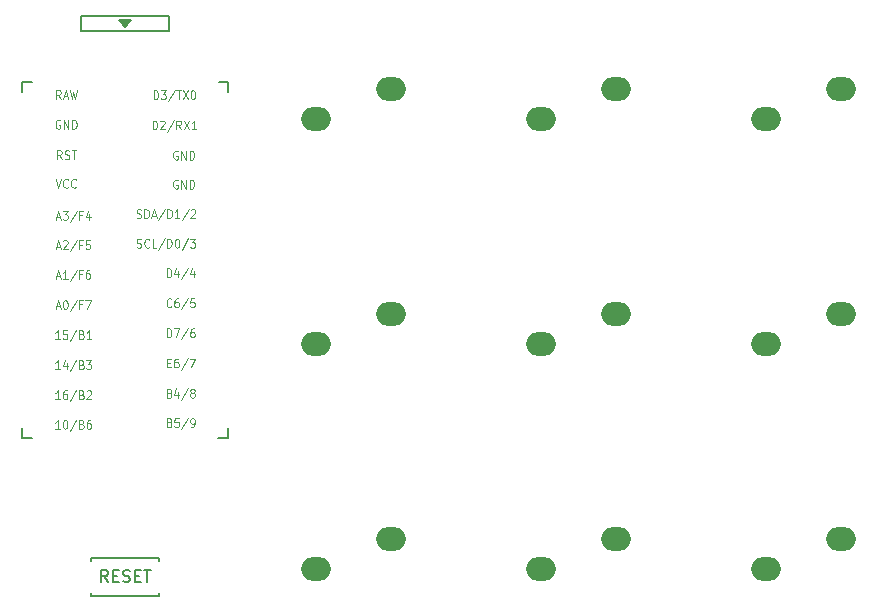
<source format=gbr>
%TF.GenerationSoftware,KiCad,Pcbnew,(6.0.1)*%
%TF.CreationDate,2022-06-19T22:09:19+09:00*%
%TF.ProjectId,reverse-mount-led-keboard,72657665-7273-4652-9d6d-6f756e742d6c,rev?*%
%TF.SameCoordinates,Original*%
%TF.FileFunction,Legend,Top*%
%TF.FilePolarity,Positive*%
%FSLAX46Y46*%
G04 Gerber Fmt 4.6, Leading zero omitted, Abs format (unit mm)*
G04 Created by KiCad (PCBNEW (6.0.1)) date 2022-06-19 22:09:19*
%MOMM*%
%LPD*%
G01*
G04 APERTURE LIST*
%ADD10C,0.125000*%
%ADD11C,0.150000*%
%ADD12O,2.500000X2.000000*%
G04 APERTURE END LIST*
D10*
%TO.C,U1*%
X-764843571Y605709428D02*
X-764747857Y605673714D01*
X-764588333Y605673714D01*
X-764524523Y605709428D01*
X-764492619Y605745142D01*
X-764460714Y605816571D01*
X-764460714Y605888000D01*
X-764492619Y605959428D01*
X-764524523Y605995142D01*
X-764588333Y606030857D01*
X-764715952Y606066571D01*
X-764779761Y606102285D01*
X-764811666Y606138000D01*
X-764843571Y606209428D01*
X-764843571Y606280857D01*
X-764811666Y606352285D01*
X-764779761Y606388000D01*
X-764715952Y606423714D01*
X-764556428Y606423714D01*
X-764460714Y606388000D01*
X-764173571Y605673714D02*
X-764173571Y606423714D01*
X-764014047Y606423714D01*
X-763918333Y606388000D01*
X-763854523Y606316571D01*
X-763822619Y606245142D01*
X-763790714Y606102285D01*
X-763790714Y605995142D01*
X-763822619Y605852285D01*
X-763854523Y605780857D01*
X-763918333Y605709428D01*
X-764014047Y605673714D01*
X-764173571Y605673714D01*
X-763535476Y605888000D02*
X-763216428Y605888000D01*
X-763599285Y605673714D02*
X-763375952Y606423714D01*
X-763152619Y605673714D01*
X-762450714Y606459428D02*
X-763025000Y605495142D01*
X-762227380Y605673714D02*
X-762227380Y606423714D01*
X-762067857Y606423714D01*
X-761972142Y606388000D01*
X-761908333Y606316571D01*
X-761876428Y606245142D01*
X-761844523Y606102285D01*
X-761844523Y605995142D01*
X-761876428Y605852285D01*
X-761908333Y605780857D01*
X-761972142Y605709428D01*
X-762067857Y605673714D01*
X-762227380Y605673714D01*
X-761206428Y605673714D02*
X-761589285Y605673714D01*
X-761397857Y605673714D02*
X-761397857Y606423714D01*
X-761461666Y606316571D01*
X-761525476Y606245142D01*
X-761589285Y606209428D01*
X-760440714Y606459428D02*
X-761015000Y605495142D01*
X-760249285Y606352285D02*
X-760217380Y606388000D01*
X-760153571Y606423714D01*
X-759994047Y606423714D01*
X-759930238Y606388000D01*
X-759898333Y606352285D01*
X-759866428Y606280857D01*
X-759866428Y606209428D01*
X-759898333Y606102285D01*
X-760281190Y605673714D01*
X-759866428Y605673714D01*
X-762046190Y588366571D02*
X-761950476Y588330857D01*
X-761918571Y588295142D01*
X-761886666Y588223714D01*
X-761886666Y588116571D01*
X-761918571Y588045142D01*
X-761950476Y588009428D01*
X-762014285Y587973714D01*
X-762269523Y587973714D01*
X-762269523Y588723714D01*
X-762046190Y588723714D01*
X-761982380Y588688000D01*
X-761950476Y588652285D01*
X-761918571Y588580857D01*
X-761918571Y588509428D01*
X-761950476Y588438000D01*
X-761982380Y588402285D01*
X-762046190Y588366571D01*
X-762269523Y588366571D01*
X-761280476Y588723714D02*
X-761599523Y588723714D01*
X-761631428Y588366571D01*
X-761599523Y588402285D01*
X-761535714Y588438000D01*
X-761376190Y588438000D01*
X-761312380Y588402285D01*
X-761280476Y588366571D01*
X-761248571Y588295142D01*
X-761248571Y588116571D01*
X-761280476Y588045142D01*
X-761312380Y588009428D01*
X-761376190Y587973714D01*
X-761535714Y587973714D01*
X-761599523Y588009428D01*
X-761631428Y588045142D01*
X-760482857Y588759428D02*
X-761057142Y587795142D01*
X-760227619Y587973714D02*
X-760100000Y587973714D01*
X-760036190Y588009428D01*
X-760004285Y588045142D01*
X-759940476Y588152285D01*
X-759908571Y588295142D01*
X-759908571Y588580857D01*
X-759940476Y588652285D01*
X-759972380Y588688000D01*
X-760036190Y588723714D01*
X-760163809Y588723714D01*
X-760227619Y588688000D01*
X-760259523Y588652285D01*
X-760291428Y588580857D01*
X-760291428Y588402285D01*
X-760259523Y588330857D01*
X-760227619Y588295142D01*
X-760163809Y588259428D01*
X-760036190Y588259428D01*
X-759972380Y588295142D01*
X-759940476Y588330857D01*
X-759908571Y588402285D01*
X-771171904Y610673714D02*
X-771395238Y611030857D01*
X-771554761Y610673714D02*
X-771554761Y611423714D01*
X-771299523Y611423714D01*
X-771235714Y611388000D01*
X-771203809Y611352285D01*
X-771171904Y611280857D01*
X-771171904Y611173714D01*
X-771203809Y611102285D01*
X-771235714Y611066571D01*
X-771299523Y611030857D01*
X-771554761Y611030857D01*
X-770916666Y610709428D02*
X-770820952Y610673714D01*
X-770661428Y610673714D01*
X-770597619Y610709428D01*
X-770565714Y610745142D01*
X-770533809Y610816571D01*
X-770533809Y610888000D01*
X-770565714Y610959428D01*
X-770597619Y610995142D01*
X-770661428Y611030857D01*
X-770789047Y611066571D01*
X-770852857Y611102285D01*
X-770884761Y611138000D01*
X-770916666Y611209428D01*
X-770916666Y611280857D01*
X-770884761Y611352285D01*
X-770852857Y611388000D01*
X-770789047Y611423714D01*
X-770629523Y611423714D01*
X-770533809Y611388000D01*
X-770342380Y611423714D02*
X-769959523Y611423714D01*
X-770150952Y610673714D02*
X-770150952Y611423714D01*
X-761365476Y611338000D02*
X-761429285Y611373714D01*
X-761525000Y611373714D01*
X-761620714Y611338000D01*
X-761684523Y611266571D01*
X-761716428Y611195142D01*
X-761748333Y611052285D01*
X-761748333Y610945142D01*
X-761716428Y610802285D01*
X-761684523Y610730857D01*
X-761620714Y610659428D01*
X-761525000Y610623714D01*
X-761461190Y610623714D01*
X-761365476Y610659428D01*
X-761333571Y610695142D01*
X-761333571Y610945142D01*
X-761461190Y610945142D01*
X-761046428Y610623714D02*
X-761046428Y611373714D01*
X-760663571Y610623714D01*
X-760663571Y611373714D01*
X-760344523Y610623714D02*
X-760344523Y611373714D01*
X-760185000Y611373714D01*
X-760089285Y611338000D01*
X-760025476Y611266571D01*
X-759993571Y611195142D01*
X-759961666Y611052285D01*
X-759961666Y610945142D01*
X-759993571Y610802285D01*
X-760025476Y610730857D01*
X-760089285Y610659428D01*
X-760185000Y610623714D01*
X-760344523Y610623714D01*
X-771337619Y587823714D02*
X-771720476Y587823714D01*
X-771529047Y587823714D02*
X-771529047Y588573714D01*
X-771592857Y588466571D01*
X-771656666Y588395142D01*
X-771720476Y588359428D01*
X-770922857Y588573714D02*
X-770859047Y588573714D01*
X-770795238Y588538000D01*
X-770763333Y588502285D01*
X-770731428Y588430857D01*
X-770699523Y588288000D01*
X-770699523Y588109428D01*
X-770731428Y587966571D01*
X-770763333Y587895142D01*
X-770795238Y587859428D01*
X-770859047Y587823714D01*
X-770922857Y587823714D01*
X-770986666Y587859428D01*
X-771018571Y587895142D01*
X-771050476Y587966571D01*
X-771082380Y588109428D01*
X-771082380Y588288000D01*
X-771050476Y588430857D01*
X-771018571Y588502285D01*
X-770986666Y588538000D01*
X-770922857Y588573714D01*
X-769933809Y588609428D02*
X-770508095Y587645142D01*
X-769487142Y588216571D02*
X-769391428Y588180857D01*
X-769359523Y588145142D01*
X-769327619Y588073714D01*
X-769327619Y587966571D01*
X-769359523Y587895142D01*
X-769391428Y587859428D01*
X-769455238Y587823714D01*
X-769710476Y587823714D01*
X-769710476Y588573714D01*
X-769487142Y588573714D01*
X-769423333Y588538000D01*
X-769391428Y588502285D01*
X-769359523Y588430857D01*
X-769359523Y588359428D01*
X-769391428Y588288000D01*
X-769423333Y588252285D01*
X-769487142Y588216571D01*
X-769710476Y588216571D01*
X-768753333Y588573714D02*
X-768880952Y588573714D01*
X-768944761Y588538000D01*
X-768976666Y588502285D01*
X-769040476Y588395142D01*
X-769072380Y588252285D01*
X-769072380Y587966571D01*
X-769040476Y587895142D01*
X-769008571Y587859428D01*
X-768944761Y587823714D01*
X-768817142Y587823714D01*
X-768753333Y587859428D01*
X-768721428Y587895142D01*
X-768689523Y587966571D01*
X-768689523Y588145142D01*
X-768721428Y588216571D01*
X-768753333Y588252285D01*
X-768817142Y588288000D01*
X-768944761Y588288000D01*
X-769008571Y588252285D01*
X-769040476Y588216571D01*
X-769072380Y588145142D01*
X-771267619Y615773714D02*
X-771490952Y616130857D01*
X-771650476Y615773714D02*
X-771650476Y616523714D01*
X-771395238Y616523714D01*
X-771331428Y616488000D01*
X-771299523Y616452285D01*
X-771267619Y616380857D01*
X-771267619Y616273714D01*
X-771299523Y616202285D01*
X-771331428Y616166571D01*
X-771395238Y616130857D01*
X-771650476Y616130857D01*
X-771012380Y615988000D02*
X-770693333Y615988000D01*
X-771076190Y615773714D02*
X-770852857Y616523714D01*
X-770629523Y615773714D01*
X-770470000Y616523714D02*
X-770310476Y615773714D01*
X-770182857Y616309428D01*
X-770055238Y615773714D01*
X-769895714Y616523714D01*
X-771640714Y605738000D02*
X-771321666Y605738000D01*
X-771704523Y605523714D02*
X-771481190Y606273714D01*
X-771257857Y605523714D01*
X-771098333Y606273714D02*
X-770683571Y606273714D01*
X-770906904Y605988000D01*
X-770811190Y605988000D01*
X-770747380Y605952285D01*
X-770715476Y605916571D01*
X-770683571Y605845142D01*
X-770683571Y605666571D01*
X-770715476Y605595142D01*
X-770747380Y605559428D01*
X-770811190Y605523714D01*
X-771002619Y605523714D01*
X-771066428Y605559428D01*
X-771098333Y605595142D01*
X-769917857Y606309428D02*
X-770492142Y605345142D01*
X-769471190Y605916571D02*
X-769694523Y605916571D01*
X-769694523Y605523714D02*
X-769694523Y606273714D01*
X-769375476Y606273714D01*
X-768833095Y606023714D02*
X-768833095Y605523714D01*
X-768992619Y606309428D02*
X-769152142Y605773714D01*
X-768737380Y605773714D01*
X-771640714Y600738000D02*
X-771321666Y600738000D01*
X-771704523Y600523714D02*
X-771481190Y601273714D01*
X-771257857Y600523714D01*
X-770683571Y600523714D02*
X-771066428Y600523714D01*
X-770875000Y600523714D02*
X-770875000Y601273714D01*
X-770938809Y601166571D01*
X-771002619Y601095142D01*
X-771066428Y601059428D01*
X-769917857Y601309428D02*
X-770492142Y600345142D01*
X-769471190Y600916571D02*
X-769694523Y600916571D01*
X-769694523Y600523714D02*
X-769694523Y601273714D01*
X-769375476Y601273714D01*
X-768833095Y601273714D02*
X-768960714Y601273714D01*
X-769024523Y601238000D01*
X-769056428Y601202285D01*
X-769120238Y601095142D01*
X-769152142Y600952285D01*
X-769152142Y600666571D01*
X-769120238Y600595142D01*
X-769088333Y600559428D01*
X-769024523Y600523714D01*
X-768896904Y600523714D01*
X-768833095Y600559428D01*
X-768801190Y600595142D01*
X-768769285Y600666571D01*
X-768769285Y600845142D01*
X-768801190Y600916571D01*
X-768833095Y600952285D01*
X-768896904Y600988000D01*
X-769024523Y600988000D01*
X-769088333Y600952285D01*
X-769120238Y600916571D01*
X-769152142Y600845142D01*
X-771315476Y613938000D02*
X-771379285Y613973714D01*
X-771475000Y613973714D01*
X-771570714Y613938000D01*
X-771634523Y613866571D01*
X-771666428Y613795142D01*
X-771698333Y613652285D01*
X-771698333Y613545142D01*
X-771666428Y613402285D01*
X-771634523Y613330857D01*
X-771570714Y613259428D01*
X-771475000Y613223714D01*
X-771411190Y613223714D01*
X-771315476Y613259428D01*
X-771283571Y613295142D01*
X-771283571Y613545142D01*
X-771411190Y613545142D01*
X-770996428Y613223714D02*
X-770996428Y613973714D01*
X-770613571Y613223714D01*
X-770613571Y613973714D01*
X-770294523Y613223714D02*
X-770294523Y613973714D01*
X-770135000Y613973714D01*
X-770039285Y613938000D01*
X-769975476Y613866571D01*
X-769943571Y613795142D01*
X-769911666Y613652285D01*
X-769911666Y613545142D01*
X-769943571Y613402285D01*
X-769975476Y613330857D01*
X-770039285Y613259428D01*
X-770135000Y613223714D01*
X-770294523Y613223714D01*
X-762269523Y600673714D02*
X-762269523Y601423714D01*
X-762110000Y601423714D01*
X-762014285Y601388000D01*
X-761950476Y601316571D01*
X-761918571Y601245142D01*
X-761886666Y601102285D01*
X-761886666Y600995142D01*
X-761918571Y600852285D01*
X-761950476Y600780857D01*
X-762014285Y600709428D01*
X-762110000Y600673714D01*
X-762269523Y600673714D01*
X-761312380Y601173714D02*
X-761312380Y600673714D01*
X-761471904Y601459428D02*
X-761631428Y600923714D01*
X-761216666Y600923714D01*
X-760482857Y601459428D02*
X-761057142Y600495142D01*
X-759972380Y601173714D02*
X-759972380Y600673714D01*
X-760131904Y601459428D02*
X-760291428Y600923714D01*
X-759876666Y600923714D01*
X-761886666Y598195142D02*
X-761918571Y598159428D01*
X-762014285Y598123714D01*
X-762078095Y598123714D01*
X-762173809Y598159428D01*
X-762237619Y598230857D01*
X-762269523Y598302285D01*
X-762301428Y598445142D01*
X-762301428Y598552285D01*
X-762269523Y598695142D01*
X-762237619Y598766571D01*
X-762173809Y598838000D01*
X-762078095Y598873714D01*
X-762014285Y598873714D01*
X-761918571Y598838000D01*
X-761886666Y598802285D01*
X-761312380Y598873714D02*
X-761440000Y598873714D01*
X-761503809Y598838000D01*
X-761535714Y598802285D01*
X-761599523Y598695142D01*
X-761631428Y598552285D01*
X-761631428Y598266571D01*
X-761599523Y598195142D01*
X-761567619Y598159428D01*
X-761503809Y598123714D01*
X-761376190Y598123714D01*
X-761312380Y598159428D01*
X-761280476Y598195142D01*
X-761248571Y598266571D01*
X-761248571Y598445142D01*
X-761280476Y598516571D01*
X-761312380Y598552285D01*
X-761376190Y598588000D01*
X-761503809Y598588000D01*
X-761567619Y598552285D01*
X-761599523Y598516571D01*
X-761631428Y598445142D01*
X-760482857Y598909428D02*
X-761057142Y597945142D01*
X-759940476Y598873714D02*
X-760259523Y598873714D01*
X-760291428Y598516571D01*
X-760259523Y598552285D01*
X-760195714Y598588000D01*
X-760036190Y598588000D01*
X-759972380Y598552285D01*
X-759940476Y598516571D01*
X-759908571Y598445142D01*
X-759908571Y598266571D01*
X-759940476Y598195142D01*
X-759972380Y598159428D01*
X-760036190Y598123714D01*
X-760195714Y598123714D01*
X-760259523Y598159428D01*
X-760291428Y598195142D01*
X-764827619Y603209428D02*
X-764731904Y603173714D01*
X-764572380Y603173714D01*
X-764508571Y603209428D01*
X-764476666Y603245142D01*
X-764444761Y603316571D01*
X-764444761Y603388000D01*
X-764476666Y603459428D01*
X-764508571Y603495142D01*
X-764572380Y603530857D01*
X-764700000Y603566571D01*
X-764763809Y603602285D01*
X-764795714Y603638000D01*
X-764827619Y603709428D01*
X-764827619Y603780857D01*
X-764795714Y603852285D01*
X-764763809Y603888000D01*
X-764700000Y603923714D01*
X-764540476Y603923714D01*
X-764444761Y603888000D01*
X-763774761Y603245142D02*
X-763806666Y603209428D01*
X-763902380Y603173714D01*
X-763966190Y603173714D01*
X-764061904Y603209428D01*
X-764125714Y603280857D01*
X-764157619Y603352285D01*
X-764189523Y603495142D01*
X-764189523Y603602285D01*
X-764157619Y603745142D01*
X-764125714Y603816571D01*
X-764061904Y603888000D01*
X-763966190Y603923714D01*
X-763902380Y603923714D01*
X-763806666Y603888000D01*
X-763774761Y603852285D01*
X-763168571Y603173714D02*
X-763487619Y603173714D01*
X-763487619Y603923714D01*
X-762466666Y603959428D02*
X-763040952Y602995142D01*
X-762243333Y603173714D02*
X-762243333Y603923714D01*
X-762083809Y603923714D01*
X-761988095Y603888000D01*
X-761924285Y603816571D01*
X-761892380Y603745142D01*
X-761860476Y603602285D01*
X-761860476Y603495142D01*
X-761892380Y603352285D01*
X-761924285Y603280857D01*
X-761988095Y603209428D01*
X-762083809Y603173714D01*
X-762243333Y603173714D01*
X-761445714Y603923714D02*
X-761381904Y603923714D01*
X-761318095Y603888000D01*
X-761286190Y603852285D01*
X-761254285Y603780857D01*
X-761222380Y603638000D01*
X-761222380Y603459428D01*
X-761254285Y603316571D01*
X-761286190Y603245142D01*
X-761318095Y603209428D01*
X-761381904Y603173714D01*
X-761445714Y603173714D01*
X-761509523Y603209428D01*
X-761541428Y603245142D01*
X-761573333Y603316571D01*
X-761605238Y603459428D01*
X-761605238Y603638000D01*
X-761573333Y603780857D01*
X-761541428Y603852285D01*
X-761509523Y603888000D01*
X-761445714Y603923714D01*
X-760456666Y603959428D02*
X-761030952Y602995142D01*
X-760297142Y603923714D02*
X-759882380Y603923714D01*
X-760105714Y603638000D01*
X-760010000Y603638000D01*
X-759946190Y603602285D01*
X-759914285Y603566571D01*
X-759882380Y603495142D01*
X-759882380Y603316571D01*
X-759914285Y603245142D01*
X-759946190Y603209428D01*
X-760010000Y603173714D01*
X-760201428Y603173714D01*
X-760265238Y603209428D01*
X-760297142Y603245142D01*
X-771337619Y590323714D02*
X-771720476Y590323714D01*
X-771529047Y590323714D02*
X-771529047Y591073714D01*
X-771592857Y590966571D01*
X-771656666Y590895142D01*
X-771720476Y590859428D01*
X-770763333Y591073714D02*
X-770890952Y591073714D01*
X-770954761Y591038000D01*
X-770986666Y591002285D01*
X-771050476Y590895142D01*
X-771082380Y590752285D01*
X-771082380Y590466571D01*
X-771050476Y590395142D01*
X-771018571Y590359428D01*
X-770954761Y590323714D01*
X-770827142Y590323714D01*
X-770763333Y590359428D01*
X-770731428Y590395142D01*
X-770699523Y590466571D01*
X-770699523Y590645142D01*
X-770731428Y590716571D01*
X-770763333Y590752285D01*
X-770827142Y590788000D01*
X-770954761Y590788000D01*
X-771018571Y590752285D01*
X-771050476Y590716571D01*
X-771082380Y590645142D01*
X-769933809Y591109428D02*
X-770508095Y590145142D01*
X-769487142Y590716571D02*
X-769391428Y590680857D01*
X-769359523Y590645142D01*
X-769327619Y590573714D01*
X-769327619Y590466571D01*
X-769359523Y590395142D01*
X-769391428Y590359428D01*
X-769455238Y590323714D01*
X-769710476Y590323714D01*
X-769710476Y591073714D01*
X-769487142Y591073714D01*
X-769423333Y591038000D01*
X-769391428Y591002285D01*
X-769359523Y590930857D01*
X-769359523Y590859428D01*
X-769391428Y590788000D01*
X-769423333Y590752285D01*
X-769487142Y590716571D01*
X-769710476Y590716571D01*
X-769072380Y591002285D02*
X-769040476Y591038000D01*
X-768976666Y591073714D01*
X-768817142Y591073714D01*
X-768753333Y591038000D01*
X-768721428Y591002285D01*
X-768689523Y590930857D01*
X-768689523Y590859428D01*
X-768721428Y590752285D01*
X-769104285Y590323714D01*
X-768689523Y590323714D01*
X-762237619Y593416571D02*
X-762014285Y593416571D01*
X-761918571Y593023714D02*
X-762237619Y593023714D01*
X-762237619Y593773714D01*
X-761918571Y593773714D01*
X-761344285Y593773714D02*
X-761471904Y593773714D01*
X-761535714Y593738000D01*
X-761567619Y593702285D01*
X-761631428Y593595142D01*
X-761663333Y593452285D01*
X-761663333Y593166571D01*
X-761631428Y593095142D01*
X-761599523Y593059428D01*
X-761535714Y593023714D01*
X-761408095Y593023714D01*
X-761344285Y593059428D01*
X-761312380Y593095142D01*
X-761280476Y593166571D01*
X-761280476Y593345142D01*
X-761312380Y593416571D01*
X-761344285Y593452285D01*
X-761408095Y593488000D01*
X-761535714Y593488000D01*
X-761599523Y593452285D01*
X-761631428Y593416571D01*
X-761663333Y593345142D01*
X-760514761Y593809428D02*
X-761089047Y592845142D01*
X-760355238Y593773714D02*
X-759908571Y593773714D01*
X-760195714Y593023714D01*
X-762046190Y590866571D02*
X-761950476Y590830857D01*
X-761918571Y590795142D01*
X-761886666Y590723714D01*
X-761886666Y590616571D01*
X-761918571Y590545142D01*
X-761950476Y590509428D01*
X-762014285Y590473714D01*
X-762269523Y590473714D01*
X-762269523Y591223714D01*
X-762046190Y591223714D01*
X-761982380Y591188000D01*
X-761950476Y591152285D01*
X-761918571Y591080857D01*
X-761918571Y591009428D01*
X-761950476Y590938000D01*
X-761982380Y590902285D01*
X-762046190Y590866571D01*
X-762269523Y590866571D01*
X-761312380Y590973714D02*
X-761312380Y590473714D01*
X-761471904Y591259428D02*
X-761631428Y590723714D01*
X-761216666Y590723714D01*
X-760482857Y591259428D02*
X-761057142Y590295142D01*
X-760163809Y590902285D02*
X-760227619Y590938000D01*
X-760259523Y590973714D01*
X-760291428Y591045142D01*
X-760291428Y591080857D01*
X-760259523Y591152285D01*
X-760227619Y591188000D01*
X-760163809Y591223714D01*
X-760036190Y591223714D01*
X-759972380Y591188000D01*
X-759940476Y591152285D01*
X-759908571Y591080857D01*
X-759908571Y591045142D01*
X-759940476Y590973714D01*
X-759972380Y590938000D01*
X-760036190Y590902285D01*
X-760163809Y590902285D01*
X-760227619Y590866571D01*
X-760259523Y590830857D01*
X-760291428Y590759428D01*
X-760291428Y590616571D01*
X-760259523Y590545142D01*
X-760227619Y590509428D01*
X-760163809Y590473714D01*
X-760036190Y590473714D01*
X-759972380Y590509428D01*
X-759940476Y590545142D01*
X-759908571Y590616571D01*
X-759908571Y590759428D01*
X-759940476Y590830857D01*
X-759972380Y590866571D01*
X-760036190Y590902285D01*
X-762269523Y595573714D02*
X-762269523Y596323714D01*
X-762110000Y596323714D01*
X-762014285Y596288000D01*
X-761950476Y596216571D01*
X-761918571Y596145142D01*
X-761886666Y596002285D01*
X-761886666Y595895142D01*
X-761918571Y595752285D01*
X-761950476Y595680857D01*
X-762014285Y595609428D01*
X-762110000Y595573714D01*
X-762269523Y595573714D01*
X-761663333Y596323714D02*
X-761216666Y596323714D01*
X-761503809Y595573714D01*
X-760482857Y596359428D02*
X-761057142Y595395142D01*
X-759972380Y596323714D02*
X-760100000Y596323714D01*
X-760163809Y596288000D01*
X-760195714Y596252285D01*
X-760259523Y596145142D01*
X-760291428Y596002285D01*
X-760291428Y595716571D01*
X-760259523Y595645142D01*
X-760227619Y595609428D01*
X-760163809Y595573714D01*
X-760036190Y595573714D01*
X-759972380Y595609428D01*
X-759940476Y595645142D01*
X-759908571Y595716571D01*
X-759908571Y595895142D01*
X-759940476Y595966571D01*
X-759972380Y596002285D01*
X-760036190Y596038000D01*
X-760163809Y596038000D01*
X-760227619Y596002285D01*
X-760259523Y595966571D01*
X-760291428Y595895142D01*
X-771698333Y608973714D02*
X-771475000Y608223714D01*
X-771251666Y608973714D01*
X-770645476Y608295142D02*
X-770677380Y608259428D01*
X-770773095Y608223714D01*
X-770836904Y608223714D01*
X-770932619Y608259428D01*
X-770996428Y608330857D01*
X-771028333Y608402285D01*
X-771060238Y608545142D01*
X-771060238Y608652285D01*
X-771028333Y608795142D01*
X-770996428Y608866571D01*
X-770932619Y608938000D01*
X-770836904Y608973714D01*
X-770773095Y608973714D01*
X-770677380Y608938000D01*
X-770645476Y608902285D01*
X-769975476Y608295142D02*
X-770007380Y608259428D01*
X-770103095Y608223714D01*
X-770166904Y608223714D01*
X-770262619Y608259428D01*
X-770326428Y608330857D01*
X-770358333Y608402285D01*
X-770390238Y608545142D01*
X-770390238Y608652285D01*
X-770358333Y608795142D01*
X-770326428Y608866571D01*
X-770262619Y608938000D01*
X-770166904Y608973714D01*
X-770103095Y608973714D01*
X-770007380Y608938000D01*
X-769975476Y608902285D01*
X-761365476Y608888000D02*
X-761429285Y608923714D01*
X-761525000Y608923714D01*
X-761620714Y608888000D01*
X-761684523Y608816571D01*
X-761716428Y608745142D01*
X-761748333Y608602285D01*
X-761748333Y608495142D01*
X-761716428Y608352285D01*
X-761684523Y608280857D01*
X-761620714Y608209428D01*
X-761525000Y608173714D01*
X-761461190Y608173714D01*
X-761365476Y608209428D01*
X-761333571Y608245142D01*
X-761333571Y608495142D01*
X-761461190Y608495142D01*
X-761046428Y608173714D02*
X-761046428Y608923714D01*
X-760663571Y608173714D01*
X-760663571Y608923714D01*
X-760344523Y608173714D02*
X-760344523Y608923714D01*
X-760185000Y608923714D01*
X-760089285Y608888000D01*
X-760025476Y608816571D01*
X-759993571Y608745142D01*
X-759961666Y608602285D01*
X-759961666Y608495142D01*
X-759993571Y608352285D01*
X-760025476Y608280857D01*
X-760089285Y608209428D01*
X-760185000Y608173714D01*
X-760344523Y608173714D01*
X-763393809Y615723714D02*
X-763393809Y616473714D01*
X-763234285Y616473714D01*
X-763138571Y616438000D01*
X-763074761Y616366571D01*
X-763042857Y616295142D01*
X-763010952Y616152285D01*
X-763010952Y616045142D01*
X-763042857Y615902285D01*
X-763074761Y615830857D01*
X-763138571Y615759428D01*
X-763234285Y615723714D01*
X-763393809Y615723714D01*
X-762787619Y616473714D02*
X-762372857Y616473714D01*
X-762596190Y616188000D01*
X-762500476Y616188000D01*
X-762436666Y616152285D01*
X-762404761Y616116571D01*
X-762372857Y616045142D01*
X-762372857Y615866571D01*
X-762404761Y615795142D01*
X-762436666Y615759428D01*
X-762500476Y615723714D01*
X-762691904Y615723714D01*
X-762755714Y615759428D01*
X-762787619Y615795142D01*
X-761607142Y616509428D02*
X-762181428Y615545142D01*
X-761479523Y616473714D02*
X-761096666Y616473714D01*
X-761288095Y615723714D02*
X-761288095Y616473714D01*
X-760937142Y616473714D02*
X-760490476Y615723714D01*
X-760490476Y616473714D02*
X-760937142Y615723714D01*
X-760107619Y616473714D02*
X-760043809Y616473714D01*
X-759980000Y616438000D01*
X-759948095Y616402285D01*
X-759916190Y616330857D01*
X-759884285Y616188000D01*
X-759884285Y616009428D01*
X-759916190Y615866571D01*
X-759948095Y615795142D01*
X-759980000Y615759428D01*
X-760043809Y615723714D01*
X-760107619Y615723714D01*
X-760171428Y615759428D01*
X-760203333Y615795142D01*
X-760235238Y615866571D01*
X-760267142Y616009428D01*
X-760267142Y616188000D01*
X-760235238Y616330857D01*
X-760203333Y616402285D01*
X-760171428Y616438000D01*
X-760107619Y616473714D01*
X-771640714Y598188000D02*
X-771321666Y598188000D01*
X-771704523Y597973714D02*
X-771481190Y598723714D01*
X-771257857Y597973714D01*
X-770906904Y598723714D02*
X-770843095Y598723714D01*
X-770779285Y598688000D01*
X-770747380Y598652285D01*
X-770715476Y598580857D01*
X-770683571Y598438000D01*
X-770683571Y598259428D01*
X-770715476Y598116571D01*
X-770747380Y598045142D01*
X-770779285Y598009428D01*
X-770843095Y597973714D01*
X-770906904Y597973714D01*
X-770970714Y598009428D01*
X-771002619Y598045142D01*
X-771034523Y598116571D01*
X-771066428Y598259428D01*
X-771066428Y598438000D01*
X-771034523Y598580857D01*
X-771002619Y598652285D01*
X-770970714Y598688000D01*
X-770906904Y598723714D01*
X-769917857Y598759428D02*
X-770492142Y597795142D01*
X-769471190Y598366571D02*
X-769694523Y598366571D01*
X-769694523Y597973714D02*
X-769694523Y598723714D01*
X-769375476Y598723714D01*
X-769184047Y598723714D02*
X-768737380Y598723714D01*
X-769024523Y597973714D01*
X-763473571Y613173714D02*
X-763473571Y613923714D01*
X-763314047Y613923714D01*
X-763218333Y613888000D01*
X-763154523Y613816571D01*
X-763122619Y613745142D01*
X-763090714Y613602285D01*
X-763090714Y613495142D01*
X-763122619Y613352285D01*
X-763154523Y613280857D01*
X-763218333Y613209428D01*
X-763314047Y613173714D01*
X-763473571Y613173714D01*
X-762835476Y613852285D02*
X-762803571Y613888000D01*
X-762739761Y613923714D01*
X-762580238Y613923714D01*
X-762516428Y613888000D01*
X-762484523Y613852285D01*
X-762452619Y613780857D01*
X-762452619Y613709428D01*
X-762484523Y613602285D01*
X-762867380Y613173714D01*
X-762452619Y613173714D01*
X-761686904Y613959428D02*
X-762261190Y612995142D01*
X-761080714Y613173714D02*
X-761304047Y613530857D01*
X-761463571Y613173714D02*
X-761463571Y613923714D01*
X-761208333Y613923714D01*
X-761144523Y613888000D01*
X-761112619Y613852285D01*
X-761080714Y613780857D01*
X-761080714Y613673714D01*
X-761112619Y613602285D01*
X-761144523Y613566571D01*
X-761208333Y613530857D01*
X-761463571Y613530857D01*
X-760857380Y613923714D02*
X-760410714Y613173714D01*
X-760410714Y613923714D02*
X-760857380Y613173714D01*
X-759804523Y613173714D02*
X-760187380Y613173714D01*
X-759995952Y613173714D02*
X-759995952Y613923714D01*
X-760059761Y613816571D01*
X-760123571Y613745142D01*
X-760187380Y613709428D01*
X-771640714Y603238000D02*
X-771321666Y603238000D01*
X-771704523Y603023714D02*
X-771481190Y603773714D01*
X-771257857Y603023714D01*
X-771066428Y603702285D02*
X-771034523Y603738000D01*
X-770970714Y603773714D01*
X-770811190Y603773714D01*
X-770747380Y603738000D01*
X-770715476Y603702285D01*
X-770683571Y603630857D01*
X-770683571Y603559428D01*
X-770715476Y603452285D01*
X-771098333Y603023714D01*
X-770683571Y603023714D01*
X-769917857Y603809428D02*
X-770492142Y602845142D01*
X-769471190Y603416571D02*
X-769694523Y603416571D01*
X-769694523Y603023714D02*
X-769694523Y603773714D01*
X-769375476Y603773714D01*
X-768801190Y603773714D02*
X-769120238Y603773714D01*
X-769152142Y603416571D01*
X-769120238Y603452285D01*
X-769056428Y603488000D01*
X-768896904Y603488000D01*
X-768833095Y603452285D01*
X-768801190Y603416571D01*
X-768769285Y603345142D01*
X-768769285Y603166571D01*
X-768801190Y603095142D01*
X-768833095Y603059428D01*
X-768896904Y603023714D01*
X-769056428Y603023714D01*
X-769120238Y603059428D01*
X-769152142Y603095142D01*
X-771337619Y595423714D02*
X-771720476Y595423714D01*
X-771529047Y595423714D02*
X-771529047Y596173714D01*
X-771592857Y596066571D01*
X-771656666Y595995142D01*
X-771720476Y595959428D01*
X-770731428Y596173714D02*
X-771050476Y596173714D01*
X-771082380Y595816571D01*
X-771050476Y595852285D01*
X-770986666Y595888000D01*
X-770827142Y595888000D01*
X-770763333Y595852285D01*
X-770731428Y595816571D01*
X-770699523Y595745142D01*
X-770699523Y595566571D01*
X-770731428Y595495142D01*
X-770763333Y595459428D01*
X-770827142Y595423714D01*
X-770986666Y595423714D01*
X-771050476Y595459428D01*
X-771082380Y595495142D01*
X-769933809Y596209428D02*
X-770508095Y595245142D01*
X-769487142Y595816571D02*
X-769391428Y595780857D01*
X-769359523Y595745142D01*
X-769327619Y595673714D01*
X-769327619Y595566571D01*
X-769359523Y595495142D01*
X-769391428Y595459428D01*
X-769455238Y595423714D01*
X-769710476Y595423714D01*
X-769710476Y596173714D01*
X-769487142Y596173714D01*
X-769423333Y596138000D01*
X-769391428Y596102285D01*
X-769359523Y596030857D01*
X-769359523Y595959428D01*
X-769391428Y595888000D01*
X-769423333Y595852285D01*
X-769487142Y595816571D01*
X-769710476Y595816571D01*
X-768689523Y595423714D02*
X-769072380Y595423714D01*
X-768880952Y595423714D02*
X-768880952Y596173714D01*
X-768944761Y596066571D01*
X-769008571Y595995142D01*
X-769072380Y595959428D01*
X-771337619Y592873714D02*
X-771720476Y592873714D01*
X-771529047Y592873714D02*
X-771529047Y593623714D01*
X-771592857Y593516571D01*
X-771656666Y593445142D01*
X-771720476Y593409428D01*
X-770763333Y593373714D02*
X-770763333Y592873714D01*
X-770922857Y593659428D02*
X-771082380Y593123714D01*
X-770667619Y593123714D01*
X-769933809Y593659428D02*
X-770508095Y592695142D01*
X-769487142Y593266571D02*
X-769391428Y593230857D01*
X-769359523Y593195142D01*
X-769327619Y593123714D01*
X-769327619Y593016571D01*
X-769359523Y592945142D01*
X-769391428Y592909428D01*
X-769455238Y592873714D01*
X-769710476Y592873714D01*
X-769710476Y593623714D01*
X-769487142Y593623714D01*
X-769423333Y593588000D01*
X-769391428Y593552285D01*
X-769359523Y593480857D01*
X-769359523Y593409428D01*
X-769391428Y593338000D01*
X-769423333Y593302285D01*
X-769487142Y593266571D01*
X-769710476Y593266571D01*
X-769104285Y593623714D02*
X-768689523Y593623714D01*
X-768912857Y593338000D01*
X-768817142Y593338000D01*
X-768753333Y593302285D01*
X-768721428Y593266571D01*
X-768689523Y593195142D01*
X-768689523Y593016571D01*
X-768721428Y592945142D01*
X-768753333Y592909428D01*
X-768817142Y592873714D01*
X-769008571Y592873714D01*
X-769072380Y592909428D01*
X-769104285Y592945142D01*
D11*
%TO.C,SW10*%
X-767262380Y574857619D02*
X-767595714Y575333809D01*
X-767833809Y574857619D02*
X-767833809Y575857619D01*
X-767452857Y575857619D01*
X-767357619Y575810000D01*
X-767310000Y575762380D01*
X-767262380Y575667142D01*
X-767262380Y575524285D01*
X-767310000Y575429047D01*
X-767357619Y575381428D01*
X-767452857Y575333809D01*
X-767833809Y575333809D01*
X-766833809Y575381428D02*
X-766500476Y575381428D01*
X-766357619Y574857619D02*
X-766833809Y574857619D01*
X-766833809Y575857619D01*
X-766357619Y575857619D01*
X-765976666Y574905238D02*
X-765833809Y574857619D01*
X-765595714Y574857619D01*
X-765500476Y574905238D01*
X-765452857Y574952857D01*
X-765405238Y575048095D01*
X-765405238Y575143333D01*
X-765452857Y575238571D01*
X-765500476Y575286190D01*
X-765595714Y575333809D01*
X-765786190Y575381428D01*
X-765881428Y575429047D01*
X-765929047Y575476666D01*
X-765976666Y575571904D01*
X-765976666Y575667142D01*
X-765929047Y575762380D01*
X-765881428Y575810000D01*
X-765786190Y575857619D01*
X-765548095Y575857619D01*
X-765405238Y575810000D01*
X-764976666Y575381428D02*
X-764643333Y575381428D01*
X-764500476Y574857619D02*
X-764976666Y574857619D01*
X-764976666Y575857619D01*
X-764500476Y575857619D01*
X-764214761Y575857619D02*
X-763643333Y575857619D01*
X-763929047Y574857619D02*
X-763929047Y575857619D01*
%TO.C,U1*%
X-766060000Y622163000D02*
X-765560000Y622163000D01*
X-774560000Y587013000D02*
X-773710000Y587013000D01*
X-765960000Y622013000D02*
X-765660000Y622013000D01*
X-757060000Y617213000D02*
X-757860000Y617213000D01*
X-769560000Y621513000D02*
X-762060000Y621513000D01*
X-762060000Y621513000D02*
X-762060000Y622813000D01*
X-762060000Y622813000D02*
X-769560000Y622813000D01*
X-774560000Y617213000D02*
X-773710000Y617213000D01*
X-766160000Y622313000D02*
X-765460000Y622313000D01*
X-765810000Y621813000D02*
X-766310000Y622463000D01*
X-769560000Y622813000D02*
X-769560000Y621513000D01*
X-757060000Y617213000D02*
X-757060000Y616363000D01*
X-774560000Y587913000D02*
X-774560000Y587013000D01*
X-766310000Y622463000D02*
X-765310000Y622463000D01*
X-757060000Y587863000D02*
X-757060000Y587013000D01*
X-774560000Y617213000D02*
X-774560000Y616363000D01*
X-765310000Y622463000D02*
X-765810000Y621813000D01*
X-757060000Y587013000D02*
X-757920000Y587013000D01*
%TO.C,SW10*%
X-762960000Y576910000D02*
X-762960000Y576660000D01*
X-762960000Y576910000D02*
X-768660000Y576910000D01*
X-762960000Y573710000D02*
X-762960000Y573960000D01*
X-768660000Y576910000D02*
X-768660000Y576660000D01*
X-768660000Y573710000D02*
X-768660000Y573960000D01*
X-762960000Y573710000D02*
X-768660000Y573710000D01*
%TD*%
D12*
%TO.C,SW8*%
X-730567000Y575945000D03*
X-724217000Y578485000D03*
%TD*%
%TO.C,SW7*%
X-749617000Y575945000D03*
X-743267000Y578485000D03*
%TD*%
%TO.C,SW3*%
X-711517000Y614045000D03*
X-705167000Y616585000D03*
%TD*%
%TO.C,SW2*%
X-730567000Y614045000D03*
X-724217000Y616585000D03*
%TD*%
%TO.C,SW5*%
X-730567000Y594995000D03*
X-724217000Y597535000D03*
%TD*%
%TO.C,SW4*%
X-749617000Y594995000D03*
X-743267000Y597535000D03*
%TD*%
%TO.C,SW6*%
X-711517000Y594995000D03*
X-705167000Y597535000D03*
%TD*%
%TO.C,SW1*%
X-749617000Y614045000D03*
X-743267000Y616585000D03*
%TD*%
%TO.C,SW9*%
X-711517000Y575945000D03*
X-705167000Y578485000D03*
%TD*%
M02*

</source>
